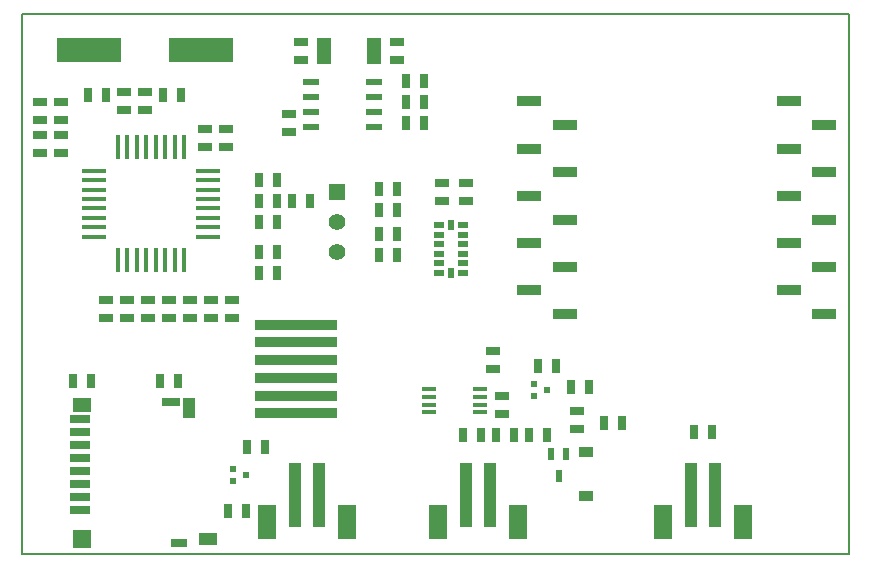
<source format=gbr>
G04 #@! TF.GenerationSoftware,KiCad,Pcbnew,(5.1.5-0-10_14)*
G04 #@! TF.CreationDate,2020-05-22T17:31:33+12:00*
G04 #@! TF.ProjectId,main-board,6d61696e-2d62-46f6-9172-642e6b696361,C*
G04 #@! TF.SameCoordinates,Original*
G04 #@! TF.FileFunction,Soldermask,Top*
G04 #@! TF.FilePolarity,Negative*
%FSLAX46Y46*%
G04 Gerber Fmt 4.6, Leading zero omitted, Abs format (unit mm)*
G04 Created by KiCad (PCBNEW (5.1.5-0-10_14)) date 2020-05-22 17:31:33*
%MOMM*%
%LPD*%
G04 APERTURE LIST*
%ADD10C,0.200000*%
%ADD11R,2.100000X0.850000*%
%ADD12R,1.998980X0.449580*%
%ADD13R,0.449580X1.998980*%
%ADD14R,0.530000X0.530000*%
%ADD15R,0.599440X1.000760*%
%ADD16R,1.399540X0.599440*%
%ADD17R,1.600000X3.000000*%
%ADD18R,1.000000X5.500000*%
%ADD19R,5.500000X2.000000*%
%ADD20R,1.300000X2.200000*%
%ADD21R,0.635000X1.143000*%
%ADD22R,1.143000X0.635000*%
%ADD23R,1.750000X0.700000*%
%ADD24R,1.500000X1.300000*%
%ADD25R,1.500000X1.500000*%
%ADD26R,1.500000X0.800000*%
%ADD27R,1.000000X1.800000*%
%ADD28R,1.550000X1.000000*%
%ADD29R,1.400000X0.800000*%
%ADD30C,1.397000*%
%ADD31R,1.397000X1.397000*%
%ADD32R,0.813000X0.500000*%
%ADD33R,0.500000X0.813000*%
%ADD34R,1.220000X0.915000*%
%ADD35R,7.000000X0.850000*%
%ADD36R,1.270000X0.381000*%
G04 APERTURE END LIST*
D10*
X44000000Y-97300000D02*
X44000000Y-51600000D01*
X114000000Y-97300000D02*
X44000000Y-97300000D01*
X114000000Y-51600000D02*
X114000000Y-97300000D01*
X44000000Y-51600000D02*
X114000000Y-51600000D01*
D11*
X111950000Y-76966000D03*
X108950000Y-74966000D03*
X111950000Y-72966000D03*
X108950000Y-70966000D03*
X111950000Y-68966000D03*
X108950000Y-66966000D03*
X111950000Y-64966000D03*
X108950000Y-62966000D03*
X111950000Y-60966000D03*
X108950000Y-58966000D03*
X89950000Y-76966000D03*
X86950000Y-74966000D03*
X89950000Y-72966000D03*
X86950000Y-70966000D03*
X89950000Y-68966000D03*
X86950000Y-66966000D03*
X89950000Y-64966000D03*
X86950000Y-62966000D03*
X89950000Y-60966000D03*
X86950000Y-58966000D03*
D12*
X50128800Y-70436000D03*
X50128800Y-69623200D03*
X50128800Y-68810400D03*
X50128800Y-67997600D03*
X50128800Y-67210200D03*
X50128800Y-66422800D03*
X50128800Y-65610000D03*
X50128800Y-64822600D03*
X59730000Y-70415680D03*
X59730000Y-69618120D03*
X59730000Y-68815480D03*
X59730000Y-68017920D03*
X59730000Y-67215280D03*
X59730000Y-66417720D03*
X59730000Y-65615080D03*
X59730000Y-64817520D03*
D13*
X56936000Y-72391800D03*
X56123200Y-72391800D03*
X55335800Y-72391800D03*
X54523000Y-72391800D03*
X53735600Y-72391800D03*
X52922800Y-72391800D03*
X52110000Y-72391800D03*
X57723400Y-72391800D03*
X57728480Y-62826160D03*
X56928380Y-62826160D03*
X56128280Y-62826160D03*
X55328180Y-62826160D03*
X54528080Y-62826160D03*
X53727980Y-62826160D03*
X52927880Y-62826160D03*
X52127780Y-62826160D03*
D14*
X62950000Y-90600000D03*
X61850000Y-90100000D03*
X61850000Y-91100000D03*
X88474000Y-83390000D03*
X87374000Y-82890000D03*
X87374000Y-83890000D03*
D15*
X89448000Y-90689960D03*
X90098240Y-88790040D03*
X88797760Y-88790040D03*
D16*
X68493000Y-61165000D03*
X68493000Y-59895000D03*
X68493000Y-58625000D03*
X73827000Y-61165000D03*
X73827000Y-59895000D03*
X73827000Y-58625000D03*
X68493000Y-57355000D03*
X73827000Y-57355000D03*
D17*
X64712000Y-94574000D03*
X71512000Y-94574000D03*
D18*
X69112000Y-92324000D03*
X67112000Y-92324000D03*
D17*
X79190000Y-94574000D03*
X85990000Y-94574000D03*
D18*
X83590000Y-92324000D03*
X81590000Y-92324000D03*
D17*
X98240000Y-94574000D03*
X105040000Y-94574000D03*
D18*
X102640000Y-92324000D03*
X100640000Y-92324000D03*
D19*
X59164000Y-54648000D03*
X49664000Y-54648000D03*
D20*
X69568000Y-54688000D03*
X73768000Y-54688000D03*
D21*
X82844000Y-87200000D03*
X81320000Y-87200000D03*
X75732000Y-70182000D03*
X74208000Y-70182000D03*
X94782000Y-86184000D03*
X93258000Y-86184000D03*
X85638000Y-87200000D03*
X84114000Y-87200000D03*
X90464000Y-83136000D03*
X91988000Y-83136000D03*
D22*
X58206000Y-75770000D03*
X58206000Y-77294000D03*
X90972000Y-86692000D03*
X90972000Y-85168000D03*
D21*
X100878000Y-86946000D03*
X102402000Y-86946000D03*
X61438000Y-93600000D03*
X62962000Y-93600000D03*
X74208000Y-66372000D03*
X75732000Y-66372000D03*
X65572000Y-67388000D03*
X64048000Y-67388000D03*
X75732000Y-68150000D03*
X74208000Y-68150000D03*
D22*
X59984000Y-75770000D03*
X59984000Y-77294000D03*
D21*
X65572000Y-69166000D03*
X64048000Y-69166000D03*
D22*
X47284000Y-60530000D03*
X47284000Y-59006000D03*
D21*
X55666000Y-82628000D03*
X57190000Y-82628000D03*
D22*
X61254000Y-61292000D03*
X61254000Y-62816000D03*
D21*
X78018000Y-60784000D03*
X76494000Y-60784000D03*
X86908000Y-87200000D03*
X88432000Y-87200000D03*
X64048000Y-71706000D03*
X65572000Y-71706000D03*
X74208000Y-71960000D03*
X75732000Y-71960000D03*
D22*
X45506000Y-60530000D03*
X45506000Y-59006000D03*
D23*
X48921000Y-90248000D03*
X48921000Y-89148000D03*
X48921000Y-91348000D03*
X48921000Y-88048000D03*
X48921000Y-92448000D03*
X48921000Y-86948000D03*
X48921000Y-93548000D03*
X48921000Y-85848000D03*
D24*
X49046000Y-84648000D03*
D25*
X49046000Y-95998000D03*
D26*
X56646000Y-84398000D03*
D27*
X58146000Y-84898000D03*
D28*
X59721000Y-95998000D03*
D29*
X57296000Y-96348000D03*
D30*
X70652000Y-71706000D03*
X70652000Y-69166000D03*
D31*
X70652000Y-66626000D03*
D22*
X84622000Y-83898000D03*
X84622000Y-85422000D03*
D32*
X79294000Y-73462000D03*
X79294000Y-72662000D03*
X79294000Y-71862000D03*
X79294000Y-71062000D03*
X79294000Y-70262000D03*
X79294000Y-69462000D03*
X81314000Y-69462000D03*
X81314000Y-70262000D03*
X81314000Y-71062000D03*
X81314000Y-71862000D03*
X81314000Y-72662000D03*
X81314000Y-73462000D03*
D33*
X80304000Y-73462000D03*
X80304000Y-69442000D03*
D34*
X91734000Y-92332000D03*
X91734000Y-88682000D03*
D21*
X87670000Y-81358000D03*
X89194000Y-81358000D03*
X64556000Y-88216000D03*
X63032000Y-88216000D03*
D35*
X67191000Y-82362000D03*
X67191000Y-83862000D03*
X67191000Y-85362000D03*
X67191000Y-80862000D03*
X67191000Y-79362000D03*
X67191000Y-77862000D03*
D22*
X47284000Y-61800000D03*
X47284000Y-63324000D03*
X45506000Y-61800000D03*
X45506000Y-63324000D03*
D21*
X55938000Y-58458000D03*
X57462000Y-58458000D03*
D22*
X52636000Y-58204000D03*
X52636000Y-59728000D03*
D21*
X51112000Y-58458000D03*
X49588000Y-58458000D03*
D22*
X52872000Y-77294000D03*
X52872000Y-75770000D03*
X54414000Y-58204000D03*
X54414000Y-59728000D03*
X54650000Y-77294000D03*
X54650000Y-75770000D03*
D21*
X49824000Y-82628000D03*
X48300000Y-82628000D03*
D22*
X59476000Y-61292000D03*
X59476000Y-62816000D03*
D21*
X78018000Y-59006000D03*
X76494000Y-59006000D03*
X78018000Y-57228000D03*
X76494000Y-57228000D03*
D22*
X75732000Y-53926000D03*
X75732000Y-55450000D03*
D21*
X65572000Y-65610000D03*
X64048000Y-65610000D03*
D22*
X67604000Y-53926000D03*
X67604000Y-55450000D03*
X81574000Y-65864000D03*
X81574000Y-67388000D03*
X79542000Y-65864000D03*
X79542000Y-67388000D03*
X83860000Y-80088000D03*
X83860000Y-81612000D03*
X61762000Y-75770000D03*
X61762000Y-77294000D03*
X66588000Y-61546000D03*
X66588000Y-60022000D03*
X56428000Y-75770000D03*
X56428000Y-77294000D03*
D21*
X65572000Y-73484000D03*
X64048000Y-73484000D03*
X66842000Y-67388000D03*
X68366000Y-67388000D03*
D22*
X51094000Y-75770000D03*
X51094000Y-77294000D03*
D36*
X82759000Y-83324640D03*
X82759000Y-83974880D03*
X82759000Y-84625120D03*
X82759000Y-85275360D03*
X78441000Y-85275360D03*
X78441000Y-84625120D03*
X78441000Y-83974880D03*
X78441000Y-83324640D03*
M02*

</source>
